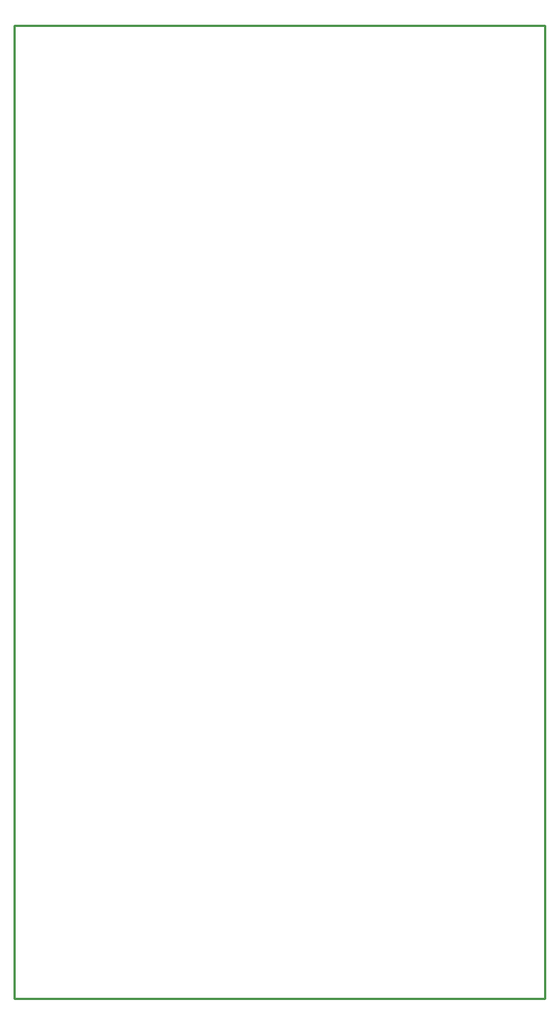
<source format=gko>
G04 Layer: BoardOutlineLayer*
G04 EasyEDA v6.5.23, 2023-06-25 18:40:03*
G04 6b10e09a02d447a1920506d39c92bb1f,f3d5b93f6eed4f979a6c9236d77c88b5,10*
G04 Gerber Generator version 0.2*
G04 Scale: 100 percent, Rotated: No, Reflected: No *
G04 Dimensions in millimeters *
G04 leading zeros omitted , absolute positions ,4 integer and 5 decimal *
%FSLAX45Y45*%
%MOMM*%

%ADD10C,0.2540*%
D10*
X0Y9999979D02*
G01*
X5999988Y9999979D01*
X5999988Y-999997D01*
X0Y-999997D01*
X0Y9999979D01*

%LPD*%
M02*

</source>
